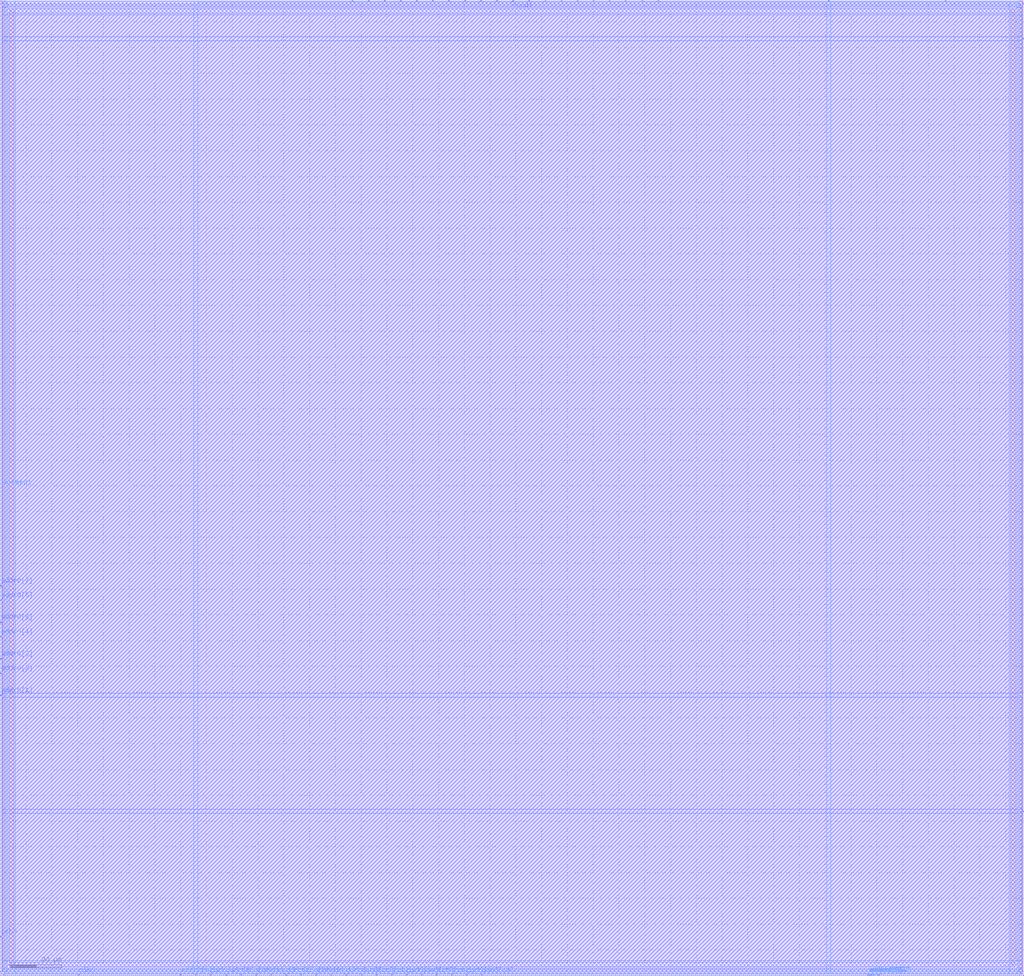
<source format=lef>
VERSION 5.4 ;
NAMESCASESENSITIVE ON ;
BUSBITCHARS "[]" ;
DIVIDERCHAR "/" ;
UNITS
  DATABASE MICRONS 2000 ;
END UNITS
MACRO icache_tag_ram
   CLASS BLOCK ;
   SIZE 397.18 BY 378.58 ;
   SYMMETRY X Y R90 ;
   PIN din0[0]
      DIRECTION INPUT ;
      PORT
         LAYER met4 ;
         RECT  75.7 0.0 76.08 0.38 ;
      END
   END din0[0]
   PIN din0[1]
      DIRECTION INPUT ;
      PORT
         LAYER met4 ;
         RECT  81.54 0.0 81.92 0.38 ;
      END
   END din0[1]
   PIN din0[2]
      DIRECTION INPUT ;
      PORT
         LAYER met4 ;
         RECT  87.38 0.0 87.76 0.38 ;
      END
   END din0[2]
   PIN din0[3]
      DIRECTION INPUT ;
      PORT
         LAYER met4 ;
         RECT  93.22 0.0 93.6 0.38 ;
      END
   END din0[3]
   PIN din0[4]
      DIRECTION INPUT ;
      PORT
         LAYER met4 ;
         RECT  99.06 0.0 99.44 0.38 ;
      END
   END din0[4]
   PIN din0[5]
      DIRECTION INPUT ;
      PORT
         LAYER met4 ;
         RECT  104.9 0.0 105.28 0.38 ;
      END
   END din0[5]
   PIN din0[6]
      DIRECTION INPUT ;
      PORT
         LAYER met4 ;
         RECT  110.74 0.0 111.12 0.38 ;
      END
   END din0[6]
   PIN din0[7]
      DIRECTION INPUT ;
      PORT
         LAYER met4 ;
         RECT  116.58 0.0 116.96 0.38 ;
      END
   END din0[7]
   PIN din0[8]
      DIRECTION INPUT ;
      PORT
         LAYER met4 ;
         RECT  122.42 0.0 122.8 0.38 ;
      END
   END din0[8]
   PIN din0[9]
      DIRECTION INPUT ;
      PORT
         LAYER met4 ;
         RECT  128.26 0.0 128.64 0.38 ;
      END
   END din0[9]
   PIN din0[10]
      DIRECTION INPUT ;
      PORT
         LAYER met4 ;
         RECT  134.1 0.0 134.48 0.38 ;
      END
   END din0[10]
   PIN din0[11]
      DIRECTION INPUT ;
      PORT
         LAYER met4 ;
         RECT  139.94 0.0 140.32 0.38 ;
      END
   END din0[11]
   PIN din0[12]
      DIRECTION INPUT ;
      PORT
         LAYER met4 ;
         RECT  145.78 0.0 146.16 0.38 ;
      END
   END din0[12]
   PIN din0[13]
      DIRECTION INPUT ;
      PORT
         LAYER met4 ;
         RECT  151.62 0.0 152.0 0.38 ;
      END
   END din0[13]
   PIN din0[14]
      DIRECTION INPUT ;
      PORT
         LAYER met4 ;
         RECT  157.46 0.0 157.84 0.38 ;
      END
   END din0[14]
   PIN din0[15]
      DIRECTION INPUT ;
      PORT
         LAYER met4 ;
         RECT  163.3 0.0 163.68 0.38 ;
      END
   END din0[15]
   PIN din0[16]
      DIRECTION INPUT ;
      PORT
         LAYER met4 ;
         RECT  169.14 0.0 169.52 0.38 ;
      END
   END din0[16]
   PIN din0[17]
      DIRECTION INPUT ;
      PORT
         LAYER met4 ;
         RECT  174.98 0.0 175.36 0.38 ;
      END
   END din0[17]
   PIN din0[18]
      DIRECTION INPUT ;
      PORT
         LAYER met4 ;
         RECT  180.82 0.0 181.2 0.38 ;
      END
   END din0[18]
   PIN din0[19]
      DIRECTION INPUT ;
      PORT
         LAYER met4 ;
         RECT  186.66 0.0 187.04 0.38 ;
      END
   END din0[19]
   PIN addr0[0]
      DIRECTION INPUT ;
      PORT
         LAYER met4 ;
         RECT  69.86 0.0 70.24 0.38 ;
      END
   END addr0[0]
   PIN addr0[1]
      DIRECTION INPUT ;
      PORT
         LAYER met3 ;
         RECT  0.0 108.68 0.38 109.06 ;
      END
   END addr0[1]
   PIN addr0[2]
      DIRECTION INPUT ;
      PORT
         LAYER met3 ;
         RECT  0.0 117.18 0.38 117.56 ;
      END
   END addr0[2]
   PIN addr0[3]
      DIRECTION INPUT ;
      PORT
         LAYER met3 ;
         RECT  0.0 122.82 0.38 123.2 ;
      END
   END addr0[3]
   PIN addr0[4]
      DIRECTION INPUT ;
      PORT
         LAYER met3 ;
         RECT  0.0 131.32 0.38 131.7 ;
      END
   END addr0[4]
   PIN addr0[5]
      DIRECTION INPUT ;
      PORT
         LAYER met3 ;
         RECT  0.0 136.96 0.38 137.34 ;
      END
   END addr0[5]
   PIN addr0[6]
      DIRECTION INPUT ;
      PORT
         LAYER met3 ;
         RECT  0.0 145.46 0.38 145.84 ;
      END
   END addr0[6]
   PIN addr0[7]
      DIRECTION INPUT ;
      PORT
         LAYER met3 ;
         RECT  0.0 151.1 0.38 151.48 ;
      END
   END addr0[7]
   PIN addr1[0]
      DIRECTION INPUT ;
      PORT
         LAYER met4 ;
         RECT  321.1 378.2 321.48 378.58 ;
      END
   END addr1[0]
   PIN addr1[1]
      DIRECTION INPUT ;
      PORT
         LAYER met3 ;
         RECT  396.8 63.54 397.18 63.92 ;
      END
   END addr1[1]
   PIN addr1[2]
      DIRECTION INPUT ;
      PORT
         LAYER met4 ;
         RECT  340.85 0.0 341.23 0.38 ;
      END
   END addr1[2]
   PIN addr1[3]
      DIRECTION INPUT ;
      PORT
         LAYER met4 ;
         RECT  336.495 0.0 336.875 0.38 ;
      END
   END addr1[3]
   PIN addr1[4]
      DIRECTION INPUT ;
      PORT
         LAYER met4 ;
         RECT  340.16 0.0 340.54 0.38 ;
      END
   END addr1[4]
   PIN addr1[5]
      DIRECTION INPUT ;
      PORT
         LAYER met4 ;
         RECT  337.185 0.0 337.565 0.38 ;
      END
   END addr1[5]
   PIN addr1[6]
      DIRECTION INPUT ;
      PORT
         LAYER met4 ;
         RECT  337.875 0.0 338.255 0.38 ;
      END
   END addr1[6]
   PIN addr1[7]
      DIRECTION INPUT ;
      PORT
         LAYER met4 ;
         RECT  338.62 0.0 339.0 0.38 ;
      END
   END addr1[7]
   PIN csb0
      DIRECTION INPUT ;
      PORT
         LAYER met3 ;
         RECT  0.0 14.87 0.38 15.25 ;
      END
   END csb0
   PIN csb1
      DIRECTION INPUT ;
      PORT
         LAYER met3 ;
         RECT  396.8 363.33 397.18 363.71 ;
      END
   END csb1
   PIN clk0
      DIRECTION INPUT ;
      PORT
         LAYER met4 ;
         RECT  30.26 0.0 30.64 0.38 ;
      END
   END clk0
   PIN clk1
      DIRECTION INPUT ;
      PORT
         LAYER met4 ;
         RECT  366.54 378.2 366.92 378.58 ;
      END
   END clk1
   PIN dout1[0]
      DIRECTION OUTPUT ;
      PORT
         LAYER met4 ;
         RECT  136.425 378.2 136.805 378.58 ;
      END
   END dout1[0]
   PIN dout1[1]
      DIRECTION OUTPUT ;
      PORT
         LAYER met4 ;
         RECT  142.665 378.2 143.045 378.58 ;
      END
   END dout1[1]
   PIN dout1[2]
      DIRECTION OUTPUT ;
      PORT
         LAYER met4 ;
         RECT  148.905 378.2 149.285 378.58 ;
      END
   END dout1[2]
   PIN dout1[3]
      DIRECTION OUTPUT ;
      PORT
         LAYER met4 ;
         RECT  155.145 378.2 155.525 378.58 ;
      END
   END dout1[3]
   PIN dout1[4]
      DIRECTION OUTPUT ;
      PORT
         LAYER met4 ;
         RECT  161.385 378.2 161.765 378.58 ;
      END
   END dout1[4]
   PIN dout1[5]
      DIRECTION OUTPUT ;
      PORT
         LAYER met4 ;
         RECT  167.625 378.2 168.005 378.58 ;
      END
   END dout1[5]
   PIN dout1[6]
      DIRECTION OUTPUT ;
      PORT
         LAYER met4 ;
         RECT  173.865 378.2 174.245 378.58 ;
      END
   END dout1[6]
   PIN dout1[7]
      DIRECTION OUTPUT ;
      PORT
         LAYER met4 ;
         RECT  180.105 378.2 180.485 378.58 ;
      END
   END dout1[7]
   PIN dout1[8]
      DIRECTION OUTPUT ;
      PORT
         LAYER met4 ;
         RECT  186.345 378.2 186.725 378.58 ;
      END
   END dout1[8]
   PIN dout1[9]
      DIRECTION OUTPUT ;
      PORT
         LAYER met4 ;
         RECT  192.585 378.2 192.965 378.58 ;
      END
   END dout1[9]
   PIN dout1[10]
      DIRECTION OUTPUT ;
      PORT
         LAYER met4 ;
         RECT  198.825 378.2 199.205 378.58 ;
      END
   END dout1[10]
   PIN dout1[11]
      DIRECTION OUTPUT ;
      PORT
         LAYER met4 ;
         RECT  205.065 378.2 205.445 378.58 ;
      END
   END dout1[11]
   PIN dout1[12]
      DIRECTION OUTPUT ;
      PORT
         LAYER met4 ;
         RECT  211.305 378.2 211.685 378.58 ;
      END
   END dout1[12]
   PIN dout1[13]
      DIRECTION OUTPUT ;
      PORT
         LAYER met4 ;
         RECT  217.545 378.2 217.925 378.58 ;
      END
   END dout1[13]
   PIN dout1[14]
      DIRECTION OUTPUT ;
      PORT
         LAYER met4 ;
         RECT  223.785 378.2 224.165 378.58 ;
      END
   END dout1[14]
   PIN dout1[15]
      DIRECTION OUTPUT ;
      PORT
         LAYER met4 ;
         RECT  230.025 378.2 230.405 378.58 ;
      END
   END dout1[15]
   PIN dout1[16]
      DIRECTION OUTPUT ;
      PORT
         LAYER met4 ;
         RECT  236.265 378.2 236.645 378.58 ;
      END
   END dout1[16]
   PIN dout1[17]
      DIRECTION OUTPUT ;
      PORT
         LAYER met4 ;
         RECT  242.505 378.2 242.885 378.58 ;
      END
   END dout1[17]
   PIN dout1[18]
      DIRECTION OUTPUT ;
      PORT
         LAYER met4 ;
         RECT  248.745 378.2 249.125 378.58 ;
      END
   END dout1[18]
   PIN dout1[19]
      DIRECTION OUTPUT ;
      PORT
         LAYER met4 ;
         RECT  254.985 378.2 255.365 378.58 ;
      END
   END dout1[19]
   PIN vccd1
      DIRECTION INOUT ;
      USE POWER ; 
      SHAPE ABUTMENT ; 
      PORT
         LAYER met4 ;
         RECT  395.44 0.0 397.18 378.58 ;
         LAYER met3 ;
         RECT  0.0 0.0 397.18 1.74 ;
         LAYER met4 ;
         RECT  0.0 0.0 1.74 378.58 ;
         LAYER met3 ;
         RECT  0.0 376.84 397.18 378.58 ;
      END
   END vccd1
   PIN vssd1
      DIRECTION INOUT ;
      USE GROUND ; 
      SHAPE ABUTMENT ; 
      PORT
         LAYER met4 ;
         RECT  391.96 3.48 393.7 375.1 ;
         LAYER met4 ;
         RECT  3.48 3.48 5.22 375.1 ;
         LAYER met3 ;
         RECT  3.48 3.48 393.7 5.22 ;
         LAYER met3 ;
         RECT  3.48 373.36 393.7 375.1 ;
      END
   END vssd1
   OBS
   LAYER  met1 ;
      RECT  0.62 0.62 396.56 377.96 ;
   LAYER  met2 ;
      RECT  0.62 0.62 396.56 377.96 ;
   LAYER  met3 ;
      RECT  0.98 108.08 396.56 109.66 ;
      RECT  0.62 109.66 0.98 116.58 ;
      RECT  0.62 118.16 0.98 122.22 ;
      RECT  0.62 123.8 0.98 130.72 ;
      RECT  0.62 132.3 0.98 136.36 ;
      RECT  0.62 137.94 0.98 144.86 ;
      RECT  0.62 146.44 0.98 150.5 ;
      RECT  0.98 62.94 396.2 64.52 ;
      RECT  0.98 64.52 396.2 108.08 ;
      RECT  396.2 64.52 396.56 108.08 ;
      RECT  0.62 15.85 0.98 108.08 ;
      RECT  0.98 109.66 396.2 362.73 ;
      RECT  0.98 362.73 396.2 364.31 ;
      RECT  396.2 109.66 396.56 362.73 ;
      RECT  396.2 2.34 396.56 62.94 ;
      RECT  0.62 2.34 0.98 14.27 ;
      RECT  0.62 152.08 0.98 376.24 ;
      RECT  396.2 364.31 396.56 376.24 ;
      RECT  0.98 2.34 2.88 2.88 ;
      RECT  0.98 2.88 2.88 5.82 ;
      RECT  0.98 5.82 2.88 62.94 ;
      RECT  2.88 2.34 394.3 2.88 ;
      RECT  2.88 5.82 394.3 62.94 ;
      RECT  394.3 2.34 396.2 2.88 ;
      RECT  394.3 2.88 396.2 5.82 ;
      RECT  394.3 5.82 396.2 62.94 ;
      RECT  0.98 364.31 2.88 372.76 ;
      RECT  0.98 372.76 2.88 375.7 ;
      RECT  0.98 375.7 2.88 376.24 ;
      RECT  2.88 364.31 394.3 372.76 ;
      RECT  2.88 375.7 394.3 376.24 ;
      RECT  394.3 364.31 396.2 372.76 ;
      RECT  394.3 372.76 396.2 375.7 ;
      RECT  394.3 375.7 396.2 376.24 ;
   LAYER  met4 ;
      RECT  75.1 0.98 76.68 377.96 ;
      RECT  76.68 0.62 80.94 0.98 ;
      RECT  82.52 0.62 86.78 0.98 ;
      RECT  88.36 0.62 92.62 0.98 ;
      RECT  94.2 0.62 98.46 0.98 ;
      RECT  100.04 0.62 104.3 0.98 ;
      RECT  105.88 0.62 110.14 0.98 ;
      RECT  111.72 0.62 115.98 0.98 ;
      RECT  117.56 0.62 121.82 0.98 ;
      RECT  123.4 0.62 127.66 0.98 ;
      RECT  129.24 0.62 133.5 0.98 ;
      RECT  135.08 0.62 139.34 0.98 ;
      RECT  140.92 0.62 145.18 0.98 ;
      RECT  146.76 0.62 151.02 0.98 ;
      RECT  152.6 0.62 156.86 0.98 ;
      RECT  158.44 0.62 162.7 0.98 ;
      RECT  164.28 0.62 168.54 0.98 ;
      RECT  170.12 0.62 174.38 0.98 ;
      RECT  175.96 0.62 180.22 0.98 ;
      RECT  181.8 0.62 186.06 0.98 ;
      RECT  70.84 0.62 75.1 0.98 ;
      RECT  76.68 0.98 320.5 377.6 ;
      RECT  320.5 0.98 322.08 377.6 ;
      RECT  187.64 0.62 335.895 0.98 ;
      RECT  31.24 0.62 69.26 0.98 ;
      RECT  322.08 377.6 365.94 377.96 ;
      RECT  76.68 377.6 135.825 377.96 ;
      RECT  137.405 377.6 142.065 377.96 ;
      RECT  143.645 377.6 148.305 377.96 ;
      RECT  149.885 377.6 154.545 377.96 ;
      RECT  156.125 377.6 160.785 377.96 ;
      RECT  162.365 377.6 167.025 377.96 ;
      RECT  168.605 377.6 173.265 377.96 ;
      RECT  174.845 377.6 179.505 377.96 ;
      RECT  181.085 377.6 185.745 377.96 ;
      RECT  187.325 377.6 191.985 377.96 ;
      RECT  193.565 377.6 198.225 377.96 ;
      RECT  199.805 377.6 204.465 377.96 ;
      RECT  206.045 377.6 210.705 377.96 ;
      RECT  212.285 377.6 216.945 377.96 ;
      RECT  218.525 377.6 223.185 377.96 ;
      RECT  224.765 377.6 229.425 377.96 ;
      RECT  231.005 377.6 235.665 377.96 ;
      RECT  237.245 377.6 241.905 377.96 ;
      RECT  243.485 377.6 248.145 377.96 ;
      RECT  249.725 377.6 254.385 377.96 ;
      RECT  255.965 377.6 320.5 377.96 ;
      RECT  341.83 0.62 394.84 0.98 ;
      RECT  367.52 377.6 394.84 377.96 ;
      RECT  2.34 0.62 29.66 0.98 ;
      RECT  322.08 0.98 391.36 2.88 ;
      RECT  322.08 2.88 391.36 375.7 ;
      RECT  322.08 375.7 391.36 377.6 ;
      RECT  391.36 0.98 394.3 2.88 ;
      RECT  391.36 375.7 394.3 377.6 ;
      RECT  394.3 0.98 394.84 2.88 ;
      RECT  394.3 2.88 394.84 375.7 ;
      RECT  394.3 375.7 394.84 377.6 ;
      RECT  2.34 0.98 2.88 2.88 ;
      RECT  2.34 2.88 2.88 375.7 ;
      RECT  2.34 375.7 2.88 377.96 ;
      RECT  2.88 0.98 5.82 2.88 ;
      RECT  2.88 375.7 5.82 377.96 ;
      RECT  5.82 0.98 75.1 2.88 ;
      RECT  5.82 2.88 75.1 375.7 ;
      RECT  5.82 375.7 75.1 377.96 ;
   END
END    icache_tag_ram
END    LIBRARY

</source>
